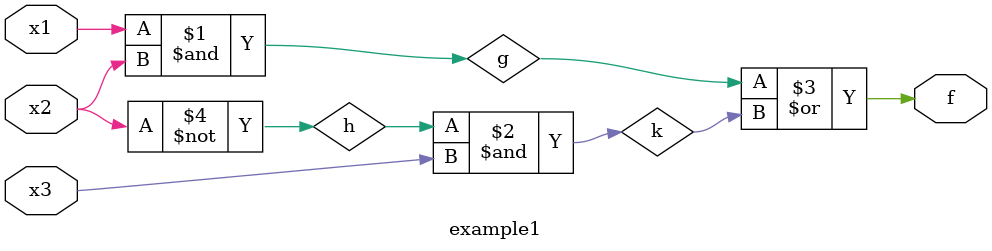
<source format=v>
module example1 (x1,x2,x3,f);
	input x1,x2,x3;
	output f;
	and(g,x1,x2);
	not(h,x2);
	and(k,h,x3);
	or(f,g,k);
endmodule

</source>
